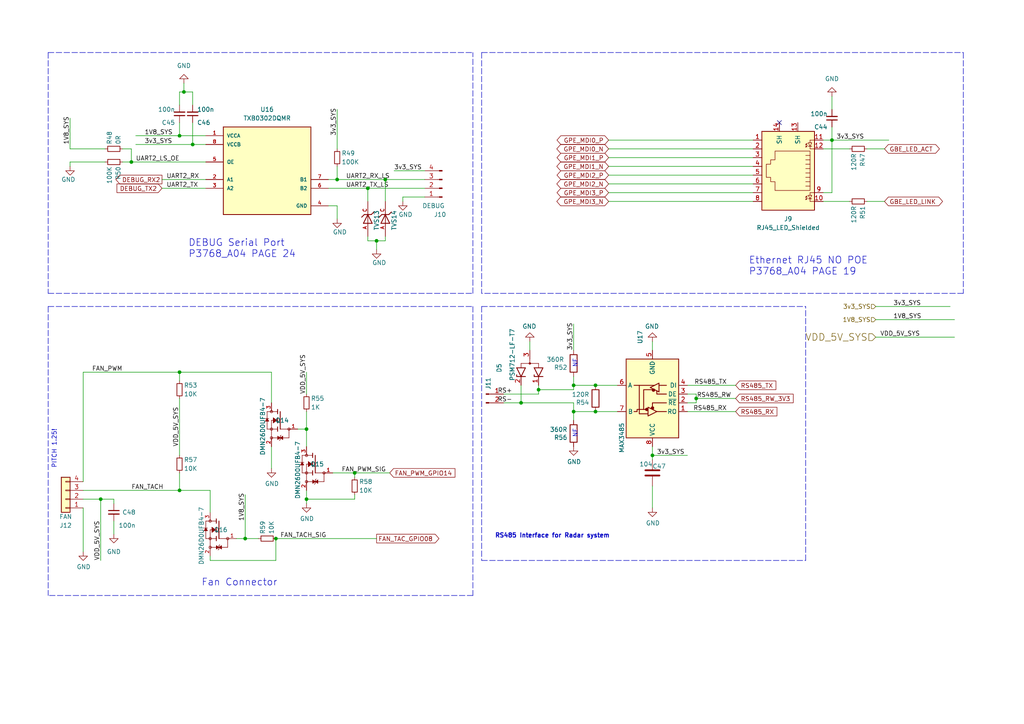
<source format=kicad_sch>
(kicad_sch (version 20211123) (generator eeschema)
  (paper "A4")
  (lib_symbols
    (symbol "Connector:Conn_01x02_Male" (pin_names (offset 1.016) hide)
      (property "Reference" "J" (at 0 2.54 0))
      (property "Value" "Conn_01x02_Male" (at 0 -5.08 0))
      (symbol "Conn_01x02_Male_1_1"
        (polyline (pts (xy 1.27 -2.54) (xy 0.8636 -2.54)) (stroke (width 0.1524)))
        (polyline (pts (xy 1.27 0) (xy 0.8636 0)) (stroke (width 0.1524)))
        (rectangle (start 0.8636 -2.413) (end 0 -2.667) (stroke (width 0.1524)) (fill (type outline)))
        (rectangle (start 0.8636 0.127) (end 0 -0.127) (stroke (width 0.1524)) (fill (type outline)))
        (pin passive line (at 5.08 0 180) (length 3.81) (name "Pin_1") (number "1"))
        (pin passive line (at 5.08 -2.54 180) (length 3.81) (name "Pin_2") (number "2"))
      )
    )
    (symbol "Connector:Conn_01x04_Male" (pin_names (offset 1.016) hide)
      (property "Reference" "J" (at 0 5.08 0))
      (property "Value" "Conn_01x04_Male" (at 0 -7.62 0))
      (symbol "Conn_01x04_Male_1_1"
        (polyline (pts (xy 1.27 -5.08) (xy 0.8636 -5.08)) (stroke (width 0.1524)))
        (polyline (pts (xy 1.27 -2.54) (xy 0.8636 -2.54)) (stroke (width 0.1524)))
        (polyline (pts (xy 1.27 0) (xy 0.8636 0)) (stroke (width 0.1524)))
        (polyline (pts (xy 1.27 2.54) (xy 0.8636 2.54)) (stroke (width 0.1524)))
        (rectangle (start 0.8636 -4.953) (end 0 -5.207) (stroke (width 0.1524)) (fill (type outline)))
        (rectangle (start 0.8636 -2.413) (end 0 -2.667) (stroke (width 0.1524)) (fill (type outline)))
        (rectangle (start 0.8636 0.127) (end 0 -0.127) (stroke (width 0.1524)) (fill (type outline)))
        (rectangle (start 0.8636 2.667) (end 0 2.413) (stroke (width 0.1524)) (fill (type outline)))
        (pin passive line (at 5.08 2.54 180) (length 3.81) (name "Pin_1") (number "1"))
        (pin passive line (at 5.08 0 180) (length 3.81) (name "Pin_2") (number "2"))
        (pin passive line (at 5.08 -2.54 180) (length 3.81) (name "Pin_3") (number "3"))
        (pin passive line (at 5.08 -5.08 180) (length 3.81) (name "Pin_4") (number "4"))
      )
    )
    (symbol "Connector:RJ45_LED_Shielded" (pin_names (offset 1.016))
      (property "Reference" "J?" (at 19.812 -1.016 90))
      (property "Value" "RJ45_LED_Shielded" (at 17.272 -7.62 90))
      (symbol "RJ45_LED_Shielded_0_1"
        (polyline (pts (xy -7.62 -7.62) (xy -6.35 -7.62)))
        (polyline (pts (xy -7.62 -5.08) (xy -6.35 -5.08)))
        (polyline (pts (xy -7.62 7.62) (xy -6.35 7.62)))
        (polyline (pts (xy -7.62 10.16) (xy -6.35 10.16)))
        (polyline (pts (xy -6.858 -5.842) (xy -5.842 -5.842)))
        (polyline (pts (xy -6.858 9.398) (xy -5.842 9.398)))
        (polyline (pts (xy -6.35 -7.62) (xy -6.35 -6.858)))
        (polyline (pts (xy -6.35 -5.08) (xy -6.35 -5.842)))
        (polyline (pts (xy -6.35 7.62) (xy -6.35 8.382)))
        (polyline (pts (xy -6.35 10.16) (xy -6.35 9.398)))
        (polyline (pts (xy -5.08 -6.223) (xy -5.207 -6.604)))
        (polyline (pts (xy -5.08 -5.588) (xy -5.207 -5.969)))
        (polyline (pts (xy -5.08 4.445) (xy -6.35 4.445)))
        (polyline (pts (xy -5.08 5.715) (xy -6.35 5.715)))
        (polyline (pts (xy -5.08 9.017) (xy -5.207 8.636)))
        (polyline (pts (xy -5.08 9.652) (xy -5.207 9.271)))
        (polyline (pts (xy -6.35 -3.175) (xy -5.08 -3.175) (xy -5.08 -3.175)))
        (polyline (pts (xy -6.35 -1.905) (xy -5.08 -1.905) (xy -5.08 -1.905)))
        (polyline (pts (xy -6.35 -0.635) (xy -5.08 -0.635) (xy -5.08 -0.635)))
        (polyline (pts (xy -6.35 0.635) (xy -5.08 0.635) (xy -5.08 0.635)))
        (polyline (pts (xy -6.35 1.905) (xy -5.08 1.905) (xy -5.08 1.905)))
        (polyline (pts (xy -5.588 -6.731) (xy -5.08 -6.223) (xy -5.461 -6.35)))
        (polyline (pts (xy -5.588 -6.096) (xy -5.08 -5.588) (xy -5.461 -5.715)))
        (polyline (pts (xy -5.588 8.509) (xy -5.08 9.017) (xy -5.461 8.89)))
        (polyline (pts (xy -5.588 9.144) (xy -5.08 9.652) (xy -5.461 9.525)))
        (polyline (pts (xy -5.08 3.175) (xy -6.35 3.175) (xy -6.35 3.175)))
        (polyline (pts (xy -6.35 -5.842) (xy -6.858 -6.858) (xy -5.842 -6.858) (xy -6.35 -5.842)))
        (polyline (pts (xy -6.35 9.398) (xy -6.858 8.382) (xy -5.842 8.382) (xy -6.35 9.398)))
        (polyline (pts (xy -6.35 -4.445) (xy -6.35 6.985) (xy 3.81 6.985) (xy 3.81 4.445) (xy 5.08 4.445) (xy 5.08 3.175) (xy 6.35 3.175) (xy 6.35 -0.635) (xy 5.08 -0.635) (xy 5.08 -1.905) (xy 3.81 -1.905) (xy 3.81 -4.445) (xy -6.35 -4.445) (xy -6.35 -4.445)))
        (rectangle (start 7.62 12.7) (end -7.62 -10.16) (stroke (width 0.254)) (fill (type background)))
      )
      (symbol "RJ45_LED_Shielded_1_1"
        (pin passive line (at 10.16 -7.62 180) (length 2.54) (name "~") (number "1"))
        (pin passive line (at -10.16 10.16 0) (length 2.54) (name "~") (number "10"))
        (pin passive line (at -10.16 -7.62 0) (length 2.54) (name "~") (number "11"))
        (pin passive line (at -10.16 -5.08 0) (length 2.54) (name "~") (number "12"))
        (pin passive line (at -2.794 -12.7 90) (length 2.54) (name "SH") (number "13"))
        (pin passive line (at 2.54 -12.7 90) (length 2.54) (name "SH") (number "14"))
        (pin passive line (at 10.16 -5.08 180) (length 2.54) (name "~") (number "2"))
        (pin passive line (at 10.16 -2.54 180) (length 2.54) (name "~") (number "3"))
        (pin passive line (at 10.16 0 180) (length 2.54) (name "~") (number "4"))
        (pin passive line (at 10.16 2.54 180) (length 2.54) (name "~") (number "5"))
        (pin passive line (at 10.16 5.08 180) (length 2.54) (name "~") (number "6"))
        (pin passive line (at 10.16 7.62 180) (length 2.54) (name "~") (number "7"))
        (pin passive line (at 10.16 10.16 180) (length 2.54) (name "~") (number "8"))
        (pin passive line (at -10.16 7.62 0) (length 2.54) (name "~") (number "9"))
      )
    )
    (symbol "Connector_Generic:Conn_01x04" (pin_names hide)
      (property "Reference" "J" (at 0 5.08 0))
      (property "Value" "Conn_01x04" (at 0 -7.62 0))
      (symbol "Conn_01x04_1_1"
        (rectangle (start -1.27 -4.953) (end 0 -5.207))
        (rectangle (start -1.27 -2.413) (end 0 -2.667))
        (rectangle (start -1.27 0.127) (end 0 -0.127))
        (rectangle (start -1.27 2.667) (end 0 2.413))
        (rectangle (start -1.27 3.81) (end 1.27 -6.35) (stroke (width 0.254)) (fill (type background)))
        (pin passive line (at -5.08 2.54 0) (length 3.81) (name "Pin_1") (number "1"))
        (pin passive line (at -5.08 0 0) (length 3.81) (name "Pin_2") (number "2"))
        (pin passive line (at -5.08 -2.54 0) (length 3.81) (name "Pin_3") (number "3"))
        (pin passive line (at -5.08 -5.08 0) (length 3.81) (name "Pin_4") (number "4"))
      )
    )
    (symbol "DMN26D0UFB4-7:DMN26D0UFB4-7" (pin_names (offset 1.016))
      (property "Reference" "Q" (at -8.89 2.54 0))
      (property "Value" "DMN26D0UFB4-7" (at -8.89 -10.16 0))
      (symbol "DMN26D0UFB4-7_0_0"
        (circle (center -2.54 -2.54) (radius 0.3592))
        (polyline (pts (xy -2.54 -5.08) (xy 2.54 -5.08)) (stroke (width 0.1524)))
        (polyline (pts (xy -2.54 -2.54) (xy -2.54 -5.08)) (stroke (width 0.1524)))
        (polyline (pts (xy -2.54 -2.54) (xy 0 -2.54)) (stroke (width 0.1524)))
        (polyline (pts (xy 0 -4.572) (xy -0.254 -4.318)) (stroke (width 0.1524)))
        (polyline (pts (xy 0 -4.572) (xy 0 -5.588)) (stroke (width 0.1524)))
        (polyline (pts (xy 0 2.54) (xy 0 -2.54)) (stroke (width 0.254)))
        (polyline (pts (xy 0.254 -5.842) (xy 0 -5.588)) (stroke (width 0.1524)))
        (polyline (pts (xy 0.762 -2.54) (xy 0.762 -3.175)) (stroke (width 0.254)))
        (polyline (pts (xy 0.762 -1.905) (xy 0.762 -2.54)) (stroke (width 0.254)))
        (polyline (pts (xy 0.762 0) (xy 0.762 -0.762)) (stroke (width 0.254)))
        (polyline (pts (xy 0.762 0) (xy 2.54 0)) (stroke (width 0.1524)))
        (polyline (pts (xy 0.762 0.762) (xy 0.762 0)) (stroke (width 0.254)))
        (polyline (pts (xy 0.762 2.54) (xy 0.762 1.905)) (stroke (width 0.254)))
        (polyline (pts (xy 0.762 2.54) (xy 3.81 2.54)) (stroke (width 0.1524)))
        (polyline (pts (xy 0.762 3.175) (xy 0.762 2.54)) (stroke (width 0.254)))
        (polyline (pts (xy 2.54 -5.08) (xy 2.54 -2.54)) (stroke (width 0.1524)))
        (polyline (pts (xy 2.54 -2.54) (xy 0.762 -2.54)) (stroke (width 0.1524)))
        (polyline (pts (xy 2.54 -2.54) (xy 3.81 -2.54)) (stroke (width 0.1524)))
        (polyline (pts (xy 2.54 0) (xy 2.54 -2.54)) (stroke (width 0.1524)))
        (polyline (pts (xy 3.81 0.508) (xy 3.302 0.508)) (stroke (width 0.1524)))
        (polyline (pts (xy 3.81 0.508) (xy 3.81 -2.54)) (stroke (width 0.1524)))
        (polyline (pts (xy 3.81 2.54) (xy 3.81 0.508)) (stroke (width 0.1524)))
        (polyline (pts (xy 4.318 0.508) (xy 3.81 0.508)) (stroke (width 0.1524)))
        (polyline (pts (xy 0 -5.08) (xy -0.762 -4.572) (xy -0.762 -5.588) (xy 0 -5.08)) (stroke (width 0.1524)) (fill (type outline)))
        (polyline (pts (xy 0 -5.08) (xy 0.762 -5.588) (xy 0.762 -4.572) (xy 0 -5.08)) (stroke (width 0.1524)) (fill (type outline)))
        (polyline (pts (xy 1.016 0) (xy 2.032 0.762) (xy 2.032 -0.762) (xy 1.016 0)) (stroke (width 0.1524)) (fill (type outline)))
        (polyline (pts (xy 3.81 0.508) (xy 3.302 -0.254) (xy 4.318 -0.254) (xy 3.81 0.508)) (stroke (width 0.1524)) (fill (type outline)))
        (circle (center 2.54 -5.08) (radius 0.3592))
        (circle (center 2.54 -2.54) (radius 0.3592))
        (circle (center 2.54 2.54) (radius 0.3592))
        (pin passive line (at -5.08 -2.54 0) (length 2.54) (name "~") (number "1"))
        (pin passive line (at 2.54 -7.62 90) (length 2.54) (name "~") (number "2"))
        (pin passive line (at 2.54 5.08 270) (length 2.54) (name "~") (number "3"))
      )
    )
    (symbol "Device:C" (pin_numbers hide) (pin_names (offset 0.254))
      (property "Reference" "C" (at 0.635 2.54 0))
      (property "Value" "C" (at 0.635 -2.54 0))
      (symbol "C_0_1"
        (polyline (pts (xy -2.032 -0.762) (xy 2.032 -0.762)) (stroke (width 0.508)))
        (polyline (pts (xy -2.032 0.762) (xy 2.032 0.762)) (stroke (width 0.508)))
      )
      (symbol "C_1_1"
        (pin passive line (at 0 3.81 270) (length 2.794) (name "~") (number "1"))
        (pin passive line (at 0 -3.81 90) (length 2.794) (name "~") (number "2"))
      )
    )
    (symbol "Device:C_Small" (pin_numbers hide) (pin_names (offset 0.254) hide)
      (property "Reference" "C" (at 0.254 1.778 0))
      (property "Value" "C_Small" (at 0.254 -2.032 0))
      (symbol "C_Small_0_1"
        (polyline (pts (xy -1.524 -0.508) (xy 1.524 -0.508)) (stroke (width 0.3302)))
        (polyline (pts (xy -1.524 0.508) (xy 1.524 0.508)) (stroke (width 0.3048)))
      )
      (symbol "C_Small_1_1"
        (pin passive line (at 0 2.54 270) (length 2.032) (name "~") (number "1"))
        (pin passive line (at 0 -2.54 90) (length 2.032) (name "~") (number "2"))
      )
    )
    (symbol "Device:R" (pin_numbers hide) (pin_names (offset 0))
      (property "Reference" "R" (at 2.032 0 90))
      (property "Value" "R" (at 0 0 90))
      (symbol "R_0_1"
        (rectangle (start -1.016 -2.54) (end 1.016 2.54) (stroke (width 0.254)))
      )
      (symbol "R_1_1"
        (pin passive line (at 0 3.81 270) (length 1.27) (name "~") (number "1"))
        (pin passive line (at 0 -3.81 90) (length 1.27) (name "~") (number "2"))
      )
    )
    (symbol "Device:R_Small" (pin_numbers hide) (pin_names (offset 0.254) hide)
      (property "Reference" "R" (at 0.762 0.508 0))
      (property "Value" "R_Small" (at 0.762 -1.016 0))
      (symbol "R_Small_0_1"
        (rectangle (start -0.762 1.778) (end 0.762 -1.778) (stroke (width 0.2032)))
      )
      (symbol "R_Small_1_1"
        (pin passive line (at 0 2.54 270) (length 0.762) (name "~") (number "1"))
        (pin passive line (at 0 -2.54 90) (length 0.762) (name "~") (number "2"))
      )
    )
    (symbol "ESD9L5.0ST5G:ESD9L5.0ST5G" (pin_names (offset 1.016))
      (property "Reference" "D" (at -5.0835 2.9239 0))
      (property "Value" "ESD9L5.0ST5G" (at -4.8314 -3.9451 0))
      (symbol "ESD9L5.0ST5G_0_0"
        (polyline (pts (xy -1.27 -1.27) (xy 1.27 0)) (stroke (width 0.254)))
        (polyline (pts (xy -1.27 1.27) (xy -1.27 -1.27)) (stroke (width 0.254)))
        (polyline (pts (xy 1.27 -1.016) (xy 2.032 -1.778)) (stroke (width 0.254)))
        (polyline (pts (xy 1.27 0) (xy -1.27 1.27)) (stroke (width 0.254)))
        (polyline (pts (xy 1.27 0) (xy 1.27 -1.016)) (stroke (width 0.254)))
        (polyline (pts (xy 1.27 1.016) (xy 0.508 1.778)) (stroke (width 0.254)))
        (polyline (pts (xy 1.27 1.016) (xy 1.27 0)) (stroke (width 0.254)))
        (pin passive line (at -5.08 0 0) (length 5.08) (name "~") (number "A"))
        (pin passive line (at 5.08 0 180) (length 5.08) (name "~") (number "C"))
      )
    )
    (symbol "Interface_UART:MAX3485"
      (property "Reference" "U" (at -6.096 11.43 0))
      (property "Value" "MAX3485" (at 0.762 11.43 0))
      (symbol "MAX3485_0_1"
        (rectangle (start -7.62 10.16) (end 7.62 -12.7) (stroke (width 0.254)) (fill (type background)))
        (circle (center -0.3048 -3.683) (radius 0.3556) (stroke (width 0.254)) (fill (type outline)))
        (circle (center -0.0254 1.4986) (radius 0.3556) (stroke (width 0.254)) (fill (type outline)))
        (polyline (pts (xy -4.064 -5.08) (xy -1.905 -5.08)) (stroke (width 0.254)))
        (polyline (pts (xy -4.064 2.54) (xy -1.27 2.54)) (stroke (width 0.254)))
        (polyline (pts (xy -1.27 -3.2004) (xy -1.27 -3.4544)) (stroke (width 0.254)))
        (polyline (pts (xy -0.635 -5.08) (xy 5.334 -5.08)) (stroke (width 0.254)))
        (polyline (pts (xy -4.064 -2.54) (xy -1.27 -2.54) (xy -1.27 -3.175)) (stroke (width 0.254)))
        (polyline (pts (xy 0 1.27) (xy 0 0) (xy -4.064 0)) (stroke (width 0.254)))
        (polyline (pts (xy 1.27 3.175) (xy 3.81 3.175) (xy 3.81 -5.08)) (stroke (width 0.254)))
        (polyline (pts (xy 2.54 1.905) (xy 2.54 -3.81) (xy 0 -3.81)) (stroke (width 0.254)))
        (polyline (pts (xy -1.905 -3.175) (xy -1.905 -5.715) (xy 0.635 -4.445) (xy -1.905 -3.175)) (stroke (width 0.254)))
        (polyline (pts (xy -1.27 2.54) (xy 1.27 3.81) (xy 1.27 1.27) (xy -1.27 2.54)) (stroke (width 0.254)))
        (polyline (pts (xy 1.905 1.905) (xy 4.445 1.905) (xy 4.445 2.54) (xy 5.334 2.54)) (stroke (width 0.254)))
        (rectangle (start 1.27 3.175) (end 1.27 3.175))
        (circle (center 1.651 1.905) (radius 0.3556) (stroke (width 0.254)) (fill (type outline)))
      )
      (symbol "MAX3485_1_1"
        (pin output line (at -10.16 2.54 0) (length 2.54) (name "RO") (number "1"))
        (pin input line (at -10.16 0 0) (length 2.54) (name "~{RE}") (number "2"))
        (pin input line (at -10.16 -2.54 0) (length 2.54) (name "DE") (number "3"))
        (pin input line (at -10.16 -5.08 0) (length 2.54) (name "DI") (number "4"))
        (pin power_in line (at 0 -15.24 90) (length 2.54) (name "GND") (number "5"))
        (pin bidirectional line (at 10.16 -5.08 180) (length 2.54) (name "A") (number "6"))
        (pin bidirectional line (at 10.16 2.54 180) (length 2.54) (name "B") (number "7"))
        (pin power_in line (at 0 12.7 270) (length 2.54) (name "VCC") (number "8"))
      )
    )
    (symbol "Power_Protection:RCLAMP0582B" (pin_names hide)
      (property "Reference" "D" (at 0 5.08 0))
      (property "Value" "RCLAMP0582B" (at 0 -5.08 0))
      (symbol "RCLAMP0582B_0_1"
        (polyline (pts (xy -2.54 0) (xy -1.27 0)))
        (polyline (pts (xy -1.27 2.54) (xy -1.27 -2.54)))
        (polyline (pts (xy 0 2.54) (xy -1.27 2.54)) (stroke (width 0.1524)))
        (polyline (pts (xy 2.54 3.81) (xy 2.54 1.27) (xy 2.032 1.27)) (stroke (width 0.254)))
        (polyline (pts (xy 0 1.27) (xy 0 3.81) (xy 2.54 2.54) (xy 0 1.27)) (stroke (width 0.254)))
        (pin passive line (at -5.08 0 0) (length 2.54) (name "A") (number "3"))
      )
      (symbol "RCLAMP0582B_1_1"
        (circle (center -1.27 0) (radius 0.254) (fill (type outline)))
        (polyline (pts (xy 0 -2.54) (xy -1.27 -2.54)) (stroke (width 0.1524)))
        (polyline (pts (xy 2.54 -1.27) (xy 2.54 -3.81) (xy 2.032 -3.81)) (stroke (width 0.254)))
        (polyline (pts (xy 0 -3.81) (xy 0 -1.27) (xy 2.54 -2.54) (xy 0 -3.81)) (stroke (width 0.254)))
        (pin passive line (at 5.08 2.54 180) (length 2.54) (name "K1") (number "1"))
        (pin passive line (at 5.08 -2.54 180) (length 2.54) (name "K2") (number "2"))
      )
    )
    (symbol "TXB0302DQMR:TXB0302DQMR" (pin_names (offset 1.016))
      (property "Reference" "U" (at -12.7 13.7 0))
      (property "Value" "TXB0302DQMR" (at -12.7 -16.7 0))
      (symbol "TXB0302DQMR_0_0"
        (rectangle (start -12.7 -12.7) (end 12.7 12.7) (stroke (width 0.254)) (fill (type background)))
        (pin power_in line (at -17.78 10.16 0) (length 5.08) (name "VCCA") (number "1"))
        (pin bidirectional line (at -17.78 -2.54 0) (length 5.08) (name "A1") (number "2"))
        (pin bidirectional line (at -17.78 -5.08 0) (length 5.08) (name "A2") (number "3"))
        (pin power_in line (at 17.78 -10.16 180) (length 5.08) (name "GND") (number "4"))
        (pin input line (at -17.78 2.54 0) (length 5.08) (name "OE") (number "5"))
        (pin bidirectional line (at 17.78 -5.08 180) (length 5.08) (name "B2") (number "6"))
        (pin bidirectional line (at 17.78 -2.54 180) (length 5.08) (name "B1") (number "7"))
        (pin power_in line (at -17.78 7.62 0) (length 5.08) (name "VCCB") (number "8"))
      )
    )
    (symbol "power:GND" (power) (pin_names (offset 0))
      (property "Value" "GND" (at 0 -3.81 0))
      (symbol "GND_0_1"
        (polyline (pts (xy 0 0) (xy 0 -1.27) (xy 1.27 -1.27) (xy 0 -2.54) (xy -1.27 -1.27) (xy 0 -1.27)))
      )
      (symbol "GND_1_1"
        (pin power_in line (at 0 0 270) (length 0) hide (name "GND") (number "1"))
      )
    )
  )
  (junction (at 52.07 142.24))
  (junction (at 52.07 107.95))
  (junction (at 29.21 144.78))
  (junction (at 38.1 46.99))
  (junction (at 201.93 115.57))
  (junction (at 172.72 111.76))
  (junction (at 53.34 26.67))
  (junction (at 52.07 39.37))
  (junction (at 109.22 69.85))
  (junction (at 166.37 111.76))
  (junction (at 241.3 40.64))
  (junction (at 102.87 137.16))
  (junction (at 106.68 54.61))
  (junction (at 166.37 119.38))
  (junction (at 88.9 144.78))
  (junction (at 172.72 119.38))
  (junction (at 88.9 124.46))
  (junction (at 97.79 52.07))
  (junction (at 71.12 156.21))
  (junction (at 151.13 116.84))
  (junction (at 55.88 41.91))
  (junction (at 80.01 156.21))
  (junction (at 156.21 113.03))
  (junction (at 189.23 132.08))
  (junction (at 111.76 52.07))
  (no_connect (at 226.06 35.56))
  (wire (pts (xy 33.02 144.78) (xy 29.21 144.78)))
  (wire (pts (xy 176.53 43.18) (xy 218.44 43.18)))
  (wire (pts (xy 241.3 36.83) (xy 241.3 40.64)))
  (wire (pts (xy 52.07 107.95) (xy 24.13 107.95)))
  (wire (pts (xy 88.9 144.78) (xy 102.87 144.78)))
  (wire (pts (xy 156.21 114.3) (xy 156.21 113.03)))
  (wire (pts (xy 256.54 58.42) (xy 251.46 58.42)))
  (wire (pts (xy 88.9 124.46) (xy 86.36 124.46)))
  (wire (pts (xy 153.67 99.06) (xy 153.67 101.6)))
  (wire (pts (xy 39.37 39.37) (xy 52.07 39.37)))
  (wire (pts (xy 78.74 107.95) (xy 52.07 107.95)))
  (wire (pts (xy 189.23 132.08) (xy 189.23 133.35)))
  (wire (pts (xy 24.13 160.02) (xy 24.13 147.32)))
  (wire (pts (xy 176.53 48.26) (xy 218.44 48.26)))
  (wire (pts (xy 52.07 39.37) (xy 59.69 39.37)))
  (wire (pts (xy 102.87 144.78) (xy 102.87 143.51)))
  (wire (pts (xy 55.88 35.56) (xy 55.88 41.91)))
  (wire (pts (xy 176.53 40.64) (xy 218.44 40.64)))
  (wire (pts (xy 97.79 48.26) (xy 97.79 52.07)))
  (wire (pts (xy 53.34 26.67) (xy 52.07 26.67)))
  (wire (pts (xy 52.07 142.24) (xy 24.13 142.24)))
  (wire (pts (xy 106.68 69.85) (xy 109.22 69.85)))
  (wire (pts (xy 55.88 41.91) (xy 59.69 41.91)))
  (wire (pts (xy 254 92.71) (xy 276.86 92.71)))
  (wire (pts (xy 238.76 43.18) (xy 246.38 43.18)))
  (polyline (pts (xy 139.7 88.9) (xy 139.7 162.56)))
  (wire (pts (xy 123.19 57.15) (xy 116.84 57.15)))
  (wire (pts (xy 241.3 27.94) (xy 241.3 31.75)))
  (wire (pts (xy 96.52 137.16) (xy 102.87 137.16)))
  (wire (pts (xy 38.1 43.18) (xy 38.1 46.99)))
  (wire (pts (xy 30.48 43.18) (xy 20.32 43.18)))
  (wire (pts (xy 151.13 116.84) (xy 166.37 116.84)))
  (wire (pts (xy 95.25 52.07) (xy 97.79 52.07)))
  (wire (pts (xy 166.37 113.03) (xy 166.37 111.76)))
  (wire (pts (xy 55.88 30.48) (xy 55.88 26.67)))
  (wire (pts (xy 95.25 54.61) (xy 106.68 54.61)))
  (polyline (pts (xy 139.7 15.24) (xy 279.4 15.24)))
  (wire (pts (xy 35.56 43.18) (xy 38.1 43.18)))
  (wire (pts (xy 176.53 53.34) (xy 218.44 53.34)))
  (wire (pts (xy 111.76 52.07) (xy 123.19 52.07)))
  (wire (pts (xy 238.76 40.64) (xy 241.3 40.64)))
  (wire (pts (xy 20.32 46.99) (xy 20.32 48.26)))
  (wire (pts (xy 172.72 119.38) (xy 179.07 119.38)))
  (wire (pts (xy 199.39 119.38) (xy 213.36 119.38)))
  (wire (pts (xy 97.79 31.75) (xy 97.79 43.18)))
  (wire (pts (xy 88.9 142.24) (xy 88.9 144.78)))
  (wire (pts (xy 97.79 52.07) (xy 111.76 52.07)))
  (wire (pts (xy 166.37 121.92) (xy 166.37 119.38)))
  (wire (pts (xy 38.1 46.99) (xy 59.69 46.99)))
  (wire (pts (xy 88.9 119.38) (xy 88.9 124.46)))
  (polyline (pts (xy 233.68 162.56) (xy 233.68 88.9)))
  (wire (pts (xy 24.13 107.95) (xy 24.13 139.7)))
  (wire (pts (xy 151.13 111.76) (xy 151.13 116.84)))
  (wire (pts (xy 106.68 68.58) (xy 106.68 69.85)))
  (wire (pts (xy 102.87 137.16) (xy 113.03 137.16)))
  (wire (pts (xy 71.12 156.21) (xy 74.93 156.21)))
  (wire (pts (xy 201.93 116.84) (xy 199.39 116.84)))
  (wire (pts (xy 109.22 69.85) (xy 109.22 72.39)))
  (wire (pts (xy 166.37 111.76) (xy 172.72 111.76)))
  (wire (pts (xy 156.21 113.03) (xy 166.37 113.03)))
  (wire (pts (xy 95.25 59.69) (xy 97.79 59.69)))
  (wire (pts (xy 238.76 55.88) (xy 241.3 55.88)))
  (wire (pts (xy 78.74 107.95) (xy 78.74 116.84)))
  (wire (pts (xy 78.74 129.54) (xy 78.74 135.89)))
  (wire (pts (xy 241.3 55.88) (xy 241.3 40.64)))
  (wire (pts (xy 172.72 111.76) (xy 179.07 111.76)))
  (wire (pts (xy 201.93 114.3) (xy 201.93 115.57)))
  (wire (pts (xy 176.53 58.42) (xy 218.44 58.42)))
  (wire (pts (xy 46.99 52.07) (xy 59.69 52.07)))
  (wire (pts (xy 114.3 49.53) (xy 123.19 49.53)))
  (wire (pts (xy 46.99 54.61) (xy 59.69 54.61)))
  (wire (pts (xy 60.96 148.59) (xy 60.96 142.24)))
  (wire (pts (xy 60.96 161.29) (xy 60.96 162.56)))
  (wire (pts (xy 166.37 109.22) (xy 166.37 111.76)))
  (wire (pts (xy 166.37 116.84) (xy 166.37 119.38)))
  (polyline (pts (xy 13.97 15.24) (xy 137.16 15.24)))
  (wire (pts (xy 189.23 129.54) (xy 189.23 132.08)))
  (wire (pts (xy 241.3 40.64) (xy 257.81 40.64)))
  (polyline (pts (xy 13.97 88.9) (xy 13.97 172.72)))
  (wire (pts (xy 146.05 116.84) (xy 151.13 116.84)))
  (wire (pts (xy 80.01 162.56) (xy 80.01 156.21)))
  (wire (pts (xy 106.68 54.61) (xy 106.68 58.42)))
  (wire (pts (xy 97.79 59.69) (xy 97.79 63.5)))
  (polyline (pts (xy 13.97 15.24) (xy 13.97 85.09)))
  (wire (pts (xy 189.23 99.06) (xy 189.23 101.6)))
  (wire (pts (xy 176.53 55.88) (xy 218.44 55.88)))
  (wire (pts (xy 102.87 137.16) (xy 102.87 138.43)))
  (wire (pts (xy 256.54 43.18) (xy 251.46 43.18)))
  (wire (pts (xy 106.68 54.61) (xy 123.19 54.61)))
  (wire (pts (xy 88.9 144.78) (xy 88.9 146.05)))
  (wire (pts (xy 53.34 24.13) (xy 53.34 26.67)))
  (wire (pts (xy 20.32 34.29) (xy 20.32 43.18)))
  (wire (pts (xy 238.76 58.42) (xy 246.38 58.42)))
  (polyline (pts (xy 137.16 88.9) (xy 137.16 172.72)))
  (wire (pts (xy 111.76 69.85) (xy 111.76 68.58)))
  (wire (pts (xy 201.93 115.57) (xy 201.93 116.84)))
  (wire (pts (xy 176.53 45.72) (xy 218.44 45.72)))
  (polyline (pts (xy 139.7 88.9) (xy 233.68 88.9)))
  (wire (pts (xy 35.56 46.99) (xy 38.1 46.99)))
  (wire (pts (xy 52.07 26.67) (xy 52.07 30.48)))
  (wire (pts (xy 80.01 156.21) (xy 109.22 156.21)))
  (wire (pts (xy 254 88.9) (xy 275.59 88.9)))
  (polyline (pts (xy 279.4 85.09) (xy 139.7 85.09)))
  (wire (pts (xy 60.96 162.56) (xy 80.01 162.56)))
  (polyline (pts (xy 137.16 172.72) (xy 13.97 172.72)))
  (wire (pts (xy 111.76 52.07) (xy 111.76 58.42)))
  (wire (pts (xy 52.07 35.56) (xy 52.07 39.37)))
  (wire (pts (xy 29.21 144.78) (xy 29.21 162.56)))
  (wire (pts (xy 52.07 107.95) (xy 52.07 110.49)))
  (wire (pts (xy 39.37 41.91) (xy 55.88 41.91)))
  (wire (pts (xy 60.96 142.24) (xy 52.07 142.24)))
  (wire (pts (xy 254 97.79) (xy 276.86 97.79)))
  (wire (pts (xy 166.37 119.38) (xy 172.72 119.38)))
  (wire (pts (xy 71.12 143.51) (xy 71.12 156.21)))
  (wire (pts (xy 201.93 115.57) (xy 213.36 115.57)))
  (polyline (pts (xy 139.7 15.24) (xy 139.7 85.09)))
  (wire (pts (xy 166.37 93.98) (xy 166.37 101.6)))
  (polyline (pts (xy 137.16 85.09) (xy 137.16 15.24)))
  (wire (pts (xy 156.21 113.03) (xy 156.21 111.76)))
  (polyline (pts (xy 13.97 85.09) (xy 137.16 85.09)))
  (wire (pts (xy 88.9 129.54) (xy 88.9 124.46)))
  (wire (pts (xy 52.07 137.16) (xy 52.07 142.24)))
  (wire (pts (xy 176.53 50.8) (xy 218.44 50.8)))
  (wire (pts (xy 55.88 26.67) (xy 53.34 26.67)))
  (wire (pts (xy 189.23 147.32) (xy 189.23 140.97)))
  (polyline (pts (xy 279.4 15.24) (xy 279.4 85.09)))
  (wire (pts (xy 109.22 69.85) (xy 111.76 69.85)))
  (wire (pts (xy 116.84 57.15) (xy 116.84 58.42)))
  (wire (pts (xy 30.48 46.99) (xy 20.32 46.99)))
  (wire (pts (xy 68.58 156.21) (xy 71.12 156.21)))
  (wire (pts (xy 52.07 115.57) (xy 52.07 132.08)))
  (wire (pts (xy 189.23 132.08) (xy 199.39 132.08)))
  (wire (pts (xy 199.39 111.76) (xy 213.36 111.76)))
  (polyline (pts (xy 139.7 162.56) (xy 233.68 162.56)))
  (polyline (pts (xy 13.97 88.9) (xy 137.16 88.9)))
  (wire (pts (xy 33.02 154.94) (xy 33.02 151.13)))
  (wire (pts (xy 146.05 114.3) (xy 156.21 114.3)))
  (wire (pts (xy 199.39 114.3) (xy 201.93 114.3)))
  (wire (pts (xy 24.13 144.78) (xy 29.21 144.78)))
  (wire (pts (xy 88.9 114.3) (xy 88.9 107.95)))
  (wire (pts (xy 33.02 146.05) (xy 33.02 144.78)))
  (text "NF" (at 167.64 106.68 90) (effects (font (size 1.27 1.27)) (justify left bottom)))
  (text "DEBUG Serial Port\nP3768_A04 PAGE 24" (at 54.61 74.93 0) (effects (font (size 2 2)) (justify left bottom)))
  (text "Ethernet RJ45 NO POE\nP3768_A04 PAGE 19" (at 217.17 80.01 0) (effects (font (size 2 2)) (justify left bottom)))
  (text "RS485 Interface for Radar system" (at 143.51 156.21 0) (effects (font (size 1.27 1.27) (thickness 0.254) bold) (justify left bottom)))
  (text "Fan Connector" (at 58.42 170.18 0) (effects (font (size 2 2)) (justify left bottom)))
  (text "NF" (at 167.64 127 90) (effects (font (size 1.27 1.27)) (justify left bottom)))
  (text "PITCH 1.25!" (at 16.51 124.46 270) (effects (font (size 1.27 1.27)) (justify right bottom)))
  (label "1V8_SYS" (at 20.32 41.91 90))
  (label "RS485_RX" (at 210.82 119.38 180))
  (label "FAN_PWM" (at 26.67 107.95 0))
  (label "3v3_SYS" (at 41.91 41.91 0))
  (label "VDD_5V_SYS" (at 255.27 97.79 0))
  (label "3v3_SYS" (at 114.3 49.53 0))
  (label "FAN_PWM_SIG" (at 99.06 137.16 0))
  (label "3v3_SYS" (at 97.79 39.37 90))
  (label "UART2_RX" (at 48.26 52.07 0))
  (label "RS485_RW" (at 212.09 115.57 180))
  (label "1V8_SYS" (at 71.12 151.13 90))
  (label "3v3_SYS" (at 166.37 101.6 90))
  (label "3v3_SYS" (at 259.08 88.9 0))
  (label "FAN_TACH" (at 38.1 142.24 0))
  (label "UART2_RX_LS" (at 100.33 52.07 0))
  (label "RS-" (at 148.59 116.84 180))
  (label "UART2_LS_OE" (at 39.37 46.99 0))
  (label "UART2_TX" (at 48.26 54.61 0))
  (label "RS485_TX" (at 210.82 111.76 180))
  (label "1V8_SYS" (at 41.91 39.37 0))
  (label "1V8_SYS" (at 259.08 92.71 0))
  (label "3v3_SYS" (at 190.5 132.08 0))
  (label "FAN_TACH_SIG" (at 81.28 156.21 0))
  (label "UART2_TX_LS" (at 100.33 54.61 0))
  (label "3v3_SYS" (at 242.57 40.64 0))
  (label "VDD_5V_SYS" (at 29.21 162.56 90))
  (label "RS+" (at 148.59 114.3 180))
  (label "VDD_5V_SYS" (at 88.9 114.3 90))
  (label "VDD_5V_SYS" (at 52.07 129.54 90))
  (global_label "GBE_LED_LINK" (shape bidirectional) (at 256.54 58.42 0) (property "Intersheet References" "${INTERSHEET_REFS}" (effects hide)))
  (global_label "RS485_RX" (shape input) (at 213.36 119.38 0) (property "Intersheet References" "${INTERSHEET_REFS}" (effects hide)))
  (global_label "DEBUG_RX2" (shape output) (at 46.99 52.07 180) (property "Intersheet References" "${INTERSHEET_REFS}" (effects hide)))
  (global_label "GPE_MDI1_P" (shape bidirectional) (at 176.53 45.72 180) (property "Intersheet References" "${INTERSHEET_REFS}" (effects hide)))
  (global_label "DEBUG_TX2" (shape input) (at 46.99 54.61 180) (property "Intersheet References" "${INTERSHEET_REFS}" (effects hide)))
  (global_label "GPE_MDI3_P" (shape bidirectional) (at 176.53 55.88 180) (property "Intersheet References" "${INTERSHEET_REFS}" (effects hide)))
  (global_label "GPE_MDI0_P" (shape bidirectional) (at 176.53 40.64 180) (property "Intersheet References" "${INTERSHEET_REFS}" (effects hide)))
  (global_label "GPE_MDI2_N" (shape bidirectional) (at 176.53 53.34 180) (property "Intersheet References" "${INTERSHEET_REFS}" (effects hide)))
  (global_label "GPE_MDI1_N" (shape bidirectional) (at 176.53 48.26 180) (property "Intersheet References" "${INTERSHEET_REFS}" (effects hide)))
  (global_label "FAN_PWM_GPIO14" (shape input) (at 113.03 137.16 0) (property "Intersheet References" "${INTERSHEET_REFS}" (effects hide)))
  (global_label "FAN_TAC_GPIO08" (shape output) (at 109.22 156.21 0) (property "Intersheet References" "${INTERSHEET_REFS}" (effects hide)))
  (global_label "GPE_MDI3_N" (shape bidirectional) (at 176.53 58.42 180) (property "Intersheet References" "${INTERSHEET_REFS}" (effects hide)))
  (global_label "GBE_LED_ACT" (shape bidirectional) (at 256.54 43.18 0) (property "Intersheet References" "${INTERSHEET_REFS}" (effects hide)))
  (global_label "RS485_RW_3V3" (shape input) (at 213.36 115.57 0) (property "Intersheet References" "${INTERSHEET_REFS}" (effects hide)))
  (global_label "RS485_TX" (shape input) (at 213.36 111.76 0) (property "Intersheet References" "${INTERSHEET_REFS}" (effects hide)))
  (global_label "GPE_MDI2_P" (shape bidirectional) (at 176.53 50.8 180) (property "Intersheet References" "${INTERSHEET_REFS}" (effects hide)))
  (global_label "GPE_MDI0_N" (shape bidirectional) (at 176.53 43.18 180) (property "Intersheet References" "${INTERSHEET_REFS}" (effects hide)))
  (hierarchical_label "VDD_5V_SYS" (shape input) (at 254 97.79 180) (effects (font (size 2.0066 2.0066))))
  (hierarchical_label "3v3_SYS" (shape input) (at 254 88.9 180))
  (hierarchical_label "1V8_SYS" (shape input) (at 254 92.71 180))
  (symbol (lib_id "power:GND") (at 33.02 154.94 0) (unit 1)
    (property "Reference" "#PWR0185" (effects hide))
    (property "Value" "GND" (at 33.02 160.02 0))
  )
  (symbol (lib_id "power:GND") (at 24.13 160.02 0) (unit 1)
    (property "Reference" "#PWR0186" (effects hide))
    (property "Value" "GND" (at 24.257 164.4142 0))
  )
  (symbol (lib_id "Connector:Conn_01x02_Male") (at 140.97 114.3 0) (unit 1)
    (property "Reference" "J11" (at 141.6049 113.03 90) (effects (justify left)))
    (property "Value" "Conn_01x02_Male" (effects hide))
    (property "Footprint" "Connector_PinHeader_2.54mm:PinHeader_1x02_P2.54mm_Vertical" (effects hide))
  )
  (symbol (lib_id "Device:C_Small") (at 52.07 33.02 180) (unit 1)
    (property "Reference" "C45" (at 50.8 35.56 0) (effects (justify left)))
    (property "Value" "100n" (at 50.8 31.75 0) (effects (justify left)))
    (property "Footprint" "Capacitor_SMD:C_0201_0603Metric" (effects hide))
    (property "LCSC" "C307380" (effects hide))
  )
  (symbol (lib_id "Device:C_Small") (at 33.02 148.59 0) (mirror y) (unit 1)
    (property "Reference" "C48" (at 39.37 148.59 0) (effects (justify left)))
    (property "Value" "100n" (at 39.37 152.4 0) (effects (justify left)))
    (property "Footprint" "Capacitor_SMD:C_0201_0603Metric" (effects hide))
    (property "LCSC" "C307380" (effects hide))
  )
  (symbol (lib_id "DMN26D0UFB4-7:DMN26D0UFB4-7") (at 63.5 153.67 0) (mirror y) (unit 1)
    (property "Reference" "Q16" (at 66.04 153.67 0) (effects (justify left)))
    (property "Value" "DMN26D0UFB4-7" (at 58.42 163.83 90) (effects (justify left)))
    (property "Footprint" "DMN26D0UFB4-7:TRXDFN100X60X40-3N" (effects hide))
    (property "PARTREV" "12-2" (effects hide))
    (property "MANUFACTURER" "Diodes Inc." (effects hide))
    (property "MAXIMUM_PACKAGE_HEIGHT" "0.4mm" (effects hide))
    (property "STANDARD" "IPC-7351B" (effects hide))
    (property "LCSC" "C260867" (effects hide))
  )
  (symbol (lib_id "Device:R_Small") (at 102.87 140.97 0) (unit 1)
    (property "Reference" "R58" (at 104.14 139.7 0) (effects (justify left)))
    (property "Value" "10K" (at 104.14 142.24 0) (effects (justify left)))
    (property "Footprint" "Resistor_SMD:R_0201_0603Metric" (effects hide))
    (property "LCSC" "C106225" (effects hide))
  )
  (symbol (lib_id "power:GND") (at 241.3 27.94 180) (unit 1)
    (property "Reference" "#PWR0175" (effects hide))
    (property "Value" "GND" (at 241.3 22.86 0))
  )
  (symbol (lib_id "Device:C_Small") (at 241.3 34.29 180) (unit 1)
    (property "Reference" "C44" (at 240.03 36.83 0) (effects (justify left)))
    (property "Value" "100n" (at 240.03 33.02 0) (effects (justify left)))
    (property "Footprint" "Capacitor_SMD:C_0201_0603Metric" (effects hide))
    (property "LCSC" "C307380" (effects hide))
  )
  (symbol (lib_id "power:GND") (at 78.74 135.89 0) (unit 1)
    (property "Reference" "#PWR0188" (effects hide))
    (property "Value" "GND" (at 78.867 140.2842 0))
  )
  (symbol (lib_id "power:GND") (at 88.9 146.05 0) (unit 1)
    (property "Reference" "#PWR0187" (effects hide))
    (property "Value" "GND" (at 89.027 150.4442 0))
  )
  (symbol (lib_id "Device:R_Small") (at 248.92 58.42 270) (unit 1)
    (property "Reference" "R51" (at 250.19 59.69 0) (effects (justify left)))
    (property "Value" "120R" (at 247.65 59.69 0) (effects (justify left)))
    (property "Footprint" "Resistor_SMD:R_0201_0603Metric" (effects hide))
    (property "LCSC" "C295718" (effects hide))
  )
  (symbol (lib_id "Device:C_Small") (at 55.88 33.02 0) (mirror x) (unit 1)
    (property "Reference" "C46" (at 57.15 35.56 0) (effects (justify left)))
    (property "Value" "100n" (at 57.15 31.75 0) (effects (justify left)))
    (property "Footprint" "Capacitor_SMD:C_0201_0603Metric" (effects hide))
    (property "LCSC" "C307380" (effects hide))
  )
  (symbol (lib_id "DMN26D0UFB4-7:DMN26D0UFB4-7") (at 91.44 134.62 0) (mirror y) (unit 1)
    (property "Reference" "Q15" (at 93.98 134.62 0) (effects (justify left)))
    (property "Value" "DMN26D0UFB4-7" (at 86.36 144.78 90) (effects (justify left)))
    (property "Footprint" "DMN26D0UFB4-7:TRXDFN100X60X40-3N" (effects hide))
    (property "PARTREV" "12-2" (effects hide))
    (property "MANUFACTURER" "Diodes Inc." (effects hide))
    (property "MAXIMUM_PACKAGE_HEIGHT" "0.4mm" (effects hide))
    (property "STANDARD" "IPC-7351B" (effects hide))
    (property "LCSC" "C260867" (effects hide))
  )
  (symbol (lib_id "power:GND") (at 116.84 58.42 0) (unit 1)
    (property "Reference" "#PWR0183" (effects hide))
    (property "Value" "GND" (at 115.57 62.23 0) (effects (justify left)))
  )
  (symbol (lib_id "Device:C") (at 189.23 137.16 0) (unit 1)
    (property "Reference" "C47" (at 189.23 135.255 0) (effects (justify left)))
    (property "Value" "104" (at 185.42 134.62 0) (effects (justify left)))
    (property "Footprint" "Capacitor_SMD:C_0201_0603Metric" (effects hide))
    (property "Datasheet" "https://psearch.en.murata.com/capacitor/product/GRM155R62A104KE14%23.pdf" (effects hide))
    (property "Field4" "Farnell" (effects hide))
    (property "Field5" "2611907" (effects hide))
    (property "Field6" "GRM155R62A104KE14D" (effects hide))
    (property "Field7" "Murata" (effects hide))
    (property "Part Description" "	0.1uF 10% 100V Ceramic Capacitor X5R 0402 (1005 Metric)" (effects hide))
    (property "LCSC" "C307380" (effects hide))
  )
  (symbol (lib_id "Device:R_Small") (at 52.07 134.62 0) (unit 1)
    (property "Reference" "R57" (at 53.34 133.35 0) (effects (justify left)))
    (property "Value" "10K" (at 53.34 135.89 0) (effects (justify left)))
    (property "Footprint" "Resistor_SMD:R_0201_0603Metric" (effects hide))
    (property "LCSC" "C106225" (effects hide))
  )
  (symbol (lib_id "power:GND") (at 153.67 99.06 180) (unit 1)
    (property "Reference" "#PWR0180" (effects hide))
    (property "Value" "GND" (at 153.543 94.6658 0))
  )
  (symbol (lib_id "Device:R_Small") (at 97.79 45.72 0) (unit 1)
    (property "Reference" "R49" (at 99.06 44.45 0) (effects (justify left)))
    (property "Value" "100K" (at 99.06 46.99 0) (effects (justify left)))
    (property "Footprint" "Resistor_SMD:R_0201_0603Metric" (effects hide))
    (property "LCSC" "C106224" (effects hide))
  )
  (symbol (lib_id "Device:R_Small") (at 33.02 43.18 90) (unit 1)
    (property "Reference" "R48" (at 31.75 41.91 0) (effects (justify left)))
    (property "Value" "0R" (at 34.29 41.91 0) (effects (justify left)))
    (property "Footprint" "Resistor_SMD:R_0201_0603Metric" (effects hide))
    (property "LCSC" "C106228" (effects hide))
  )
  (symbol (lib_id "DMN26D0UFB4-7:DMN26D0UFB4-7") (at 81.28 121.92 0) (mirror y) (unit 1)
    (property "Reference" "Q14" (at 83.82 121.92 0) (effects (justify left)))
    (property "Value" "DMN26D0UFB4-7" (at 76.2 132.08 90) (effects (justify left)))
    (property "Footprint" "DMN26D0UFB4-7:TRXDFN100X60X40-3N" (effects hide))
    (property "PARTREV" "12-2" (effects hide))
    (property "MANUFACTURER" "Diodes Inc." (effects hide))
    (property "MAXIMUM_PACKAGE_HEIGHT" "0.4mm" (effects hide))
    (property "STANDARD" "IPC-7351B" (effects hide))
    (property "LCSC" "C260867" (effects hide))
  )
  (symbol (lib_id "Connector_Generic:Conn_01x04") (at 19.05 144.78 180) (unit 1)
    (property "Reference" "J12" (at 19.05 152.4 0))
    (property "Value" "FAN" (at 19.05 149.86 0))
    (property "Footprint" "Connector_PinHeader_2.54mm:PinHeader_1x04_P2.54mm_Vertical" (effects hide))
    (property "Datasheet" "https://www.te.com/usa-en/product-171826-4.html" (effects hide))
    (property "Field4" "Farnell" (effects hide))
    (property "Field5" "	1056115" (effects hide))
    (property "Field6" "AMP171826-4" (effects hide))
    (property "Field7" "AMP-TE" (effects hide))
    (property "Part Description" "Wire-To-Board Connector, Right Angle, 2.54 mm, 4 Contacts, Header, AMP EI Series, Through Hole" (effects hide))
    (property "LCSC" "C5116483" (effects hide))
  )
  (symbol (lib_id "power:GND") (at 20.32 48.26 0) (unit 1)
    (property "Reference" "#PWR0181" (effects hide))
    (property "Value" "GND" (at 17.78 52.07 0) (effects (justify left)))
  )
  (symbol (lib_id "Device:R") (at 166.37 105.41 180) (unit 1)
    (property "Reference" "R52" (at 164.592 106.5784 0) (effects (justify left)))
    (property "Value" "360R " (at 164.592 104.267 0) (effects (justify left)))
    (property "Footprint" "Resistor_SMD:R_0201_0603Metric" (effects hide))
    (property "Datasheet" "https://fscdn.rohm.com/en/products/databook/datasheet/passive/resistor/chip_resistor/mcr-e.pdf" (effects hide))
    (property "Field4" "Farnell" (effects hide))
    (property "Field5" "9239235" (effects hide))
    (property "Field7" "KOA EUROPE GMBH" (effects hide))
    (property "Field6" "RK73H1ETTP1001F" (effects hide))
    (property "Part Description" "Resistor 1K M1005 1% 63mW" (effects hide))
    (property "Field8" "125049511" (effects hide))
    (property "LCSC" "C2930003" (effects hide))
  )
  (symbol (lib_id "power:GND") (at 53.34 24.13 180) (unit 1)
    (property "Reference" "#PWR0182" (effects hide))
    (property "Value" "GND" (at 53.34 19.05 0))
  )
  (symbol (lib_id "Device:R") (at 166.37 125.73 180) (unit 1)
    (property "Reference" "R56" (at 164.592 126.8984 0) (effects (justify left)))
    (property "Value" "360R" (at 164.592 124.587 0) (effects (justify left)))
    (property "Footprint" "Resistor_SMD:R_0201_0603Metric" (effects hide))
    (property "Datasheet" "https://fscdn.rohm.com/en/products/databook/datasheet/passive/resistor/chip_resistor/mcr-e.pdf" (effects hide))
    (property "Field4" "Farnell" (effects hide))
    (property "Field5" "9239235" (effects hide))
    (property "Field7" "KOA EUROPE GMBH" (effects hide))
    (property "Field6" "RK73H1ETTP1001F" (effects hide))
    (property "Part Description" "Resistor 1K M1005 1% 63mW" (effects hide))
    (property "Field8" "125049511" (effects hide))
    (property "LCSC" "C2930003" (effects hide))
  )
  (symbol (lib_id "ESD9L5.0ST5G:ESD9L5.0ST5G") (at 106.68 63.5 90) (unit 1)
    (property "Reference" "TVS13" (at 109.22 60.96 0) (effects (justify right)))
    (property "Value" "ESD9L5.0ST5G" (effects hide))
    (property "Footprint" "ESD9L5:DIOM1006X40N" (effects hide))
    (property "PARTREV" "7" (effects hide))
    (property "MANUFACTURER" "OnSemi" (effects hide))
    (property "MAXIMUM_PACKAGE_HEIGHT" "0.4mm" (effects hide))
    (property "STANDARD" "IPC-7351B" (effects hide))
    (property "LCSC" "C2682269" (effects hide))
    (property "ALT" "TPD1E10B06DPYR" (effects hide))
  )
  (symbol (lib_id "power:GND") (at 189.23 99.06 180) (unit 1)
    (property "Reference" "#PWR0178" (effects hide))
    (property "Value" "GND" (at 189.103 94.6658 0))
  )
  (symbol (lib_id "Device:R_Small") (at 88.9 116.84 0) (unit 1)
    (property "Reference" "R55" (at 90.17 115.57 0) (effects (justify left)))
    (property "Value" "1K" (at 90.17 118.11 0) (effects (justify left)))
    (property "Footprint" "Resistor_SMD:R_0201_0603Metric" (effects hide))
    (property "LCSC" "C131396" (effects hide))
  )
  (symbol (lib_id "ESD9L5.0ST5G:ESD9L5.0ST5G") (at 111.76 63.5 90) (unit 1)
    (property "Reference" "TVS14" (at 114.3 60.96 0) (effects (justify right)))
    (property "Value" "ESD9L5.0ST5G" (effects hide))
    (property "Footprint" "ESD9L5:DIOM1006X40N" (effects hide))
    (property "PARTREV" "7" (effects hide))
    (property "MANUFACTURER" "OnSemi" (effects hide))
    (property "MAXIMUM_PACKAGE_HEIGHT" "0.4mm" (effects hide))
    (property "STANDARD" "IPC-7351B" (effects hide))
    (property "LCSC" "C2682269" (effects hide))
    (property "ALT" "TPD1E10B06DPYR" (effects hide))
  )
  (symbol (lib_id "power:GND") (at 189.23 147.32 0) (unit 1)
    (property "Reference" "#PWR0179" (effects hide))
    (property "Value" "GND" (at 189.357 151.7142 0))
  )
  (symbol (lib_id "power:GND") (at 166.37 129.54 0) (unit 1)
    (property "Reference" "#PWR0177" (effects hide))
    (property "Value" "GND" (at 166.497 133.9342 0))
  )
  (symbol (lib_id "Connector:Conn_01x04_Male") (at 128.27 54.61 180) (unit 1)
    (property "Reference" "J10" (at 127.635 62.23 0))
    (property "Value" "DEBUG" (at 125.73 59.69 0))
    (property "Footprint" "Connector_PinHeader_2.54mm:PinHeader_1x04_P2.54mm_Vertical" (effects hide))
  )
  (symbol (lib_id "Device:R_Small") (at 77.47 156.21 90) (unit 1)
    (property "Reference" "R59" (at 76.2 154.94 0) (effects (justify left)))
    (property "Value" "10K" (at 78.74 154.94 0) (effects (justify left)))
    (property "Footprint" "Resistor_SMD:R_0201_0603Metric" (effects hide))
    (property "LCSC" "C106225" (effects hide))
  )
  (symbol (lib_id "Interface_UART:MAX3485") (at 189.23 116.84 180) (unit 1)
    (property "Reference" "U17" (at 185.6486 97.79 90))
    (property "Value" "MAX3485" (at 180.34 127 90))
    (property "Footprint" "Package_SO:SOIC-8_3.9x4.9mm_P1.27mm" (effects hide))
    (property "Datasheet" "https://datasheets.maximintegrated.com/en/ds/MAX3483-MAX3491.pdf" (effects hide))
    (property "LCSC" "C9943" (effects hide))
  )
  (symbol (lib_id "Device:R_Small") (at 248.92 43.18 270) (unit 1)
    (property "Reference" "R47" (at 250.19 44.45 0) (effects (justify left)))
    (property "Value" "120R" (at 247.65 44.45 0) (effects (justify left)))
    (property "Footprint" "Resistor_SMD:R_0201_0603Metric" (effects hide))
    (property "LCSC" "C295718" (effects hide))
  )
  (symbol (lib_id "Power_Protection:RCLAMP0582B") (at 153.67 106.68 270) (unit 1)
    (property "Reference" "D5" (at 144.78 106.7435 0))
    (property "Value" "PSM712-LF-T7" (at 148.59 102.87 0))
    (property "Footprint" "Package_TO_SOT_SMD:SOT-23" (effects hide))
    (property "Datasheet" "https://datasheet.lcsc.com/lcsc/1811061632_ProTek-Devices-PSM712-LF-T7_C32677.pdf" (effects hide))
    (property "LCSC" "C32677" (effects hide))
  )
  (symbol (lib_id "TXB0302DQMR:TXB0302DQMR") (at 77.47 49.53 0) (unit 1)
    (property "Reference" "U16" (at 77.47 31.75 0))
    (property "Value" "TXB0302DQMR" (at 77.47 34.29 0))
    (property "Footprint" "TXB0302DQMR:IC_TXB0302DQMR" (effects hide))
    (property "SNAPEDA_PACKAGE_ID" "103195" (effects hide))
    (property "B_NOM" "0.2" (effects hide))
    (property "D_MAX" "1.85" (effects hide))
    (property "A_MAX" "0.4" (effects hide))
    (property "B_MAX" "0.25" (effects hide))
    (property "ENOM" "0.4" (effects hide))
    (property "D_NOM" "1.8" (effects hide))
    (property "L_MAX" "0.55" (effects hide))
    (property "E2_NOM" "0.0" (effects hide))
    (property "D2_NOM" "0.0" (effects hide))
    (property "E_NOM" "1.2" (effects hide))
    (property "B_MIN" "0.15" (effects hide))
    (property "STANDARD" "Manufacturer Recommendations" (effects hide))
    (property "PIN_COUNT" "8.0" (effects hide))
    (property "L_NOM" "0.5" (effects hide))
    (property "MANUFACTURER" "Texas Instruments" (effects hide))
    (property "E_MIN" "1.15" (effects hide))
    (property "D_MIN" "1.75" (effects hide))
    (property "L_MIN" "0.45" (effects hide))
    (property "E_MAX" "1.25" (effects hide))
    (property "LCSC" "C2652938" (effects hide))
  )
  (symbol (lib_id "power:GND") (at 109.22 72.39 0) (unit 1)
    (property "Reference" "#PWR0184" (effects hide))
    (property "Value" "GND" (at 107.95 76.2 0) (effects (justify left)))
  )
  (symbol (lib_id "Device:R") (at 172.72 115.57 180) (unit 1)
    (property "Reference" "R54" (at 170.942 116.7384 0) (effects (justify left)))
    (property "Value" "120R" (at 170.942 114.427 0) (effects (justify left)))
    (property "Footprint" "Resistor_SMD:R_0201_0603Metric" (effects hide))
    (property "Datasheet" "https://fscdn.rohm.com/en/products/databook/datasheet/passive/resistor/chip_resistor/mcr-e.pdf" (effects hide))
    (property "Field4" "Farnell" (effects hide))
    (property "Field5" "9239235" (effects hide))
    (property "Field7" "KOA EUROPE GMBH" (effects hide))
    (property "Field6" "RK73H1ETTP1001F" (effects hide))
    (property "Part Description" "Resistor 1K M1005 1% 63mW" (effects hide))
    (property "Field8" "125049511" (effects hide))
    (property "LCSC" "C295718" (effects hide))
  )
  (symbol (lib_id "Device:R_Small") (at 33.02 46.99 270) (unit 1)
    (property "Reference" "R50" (at 34.29 48.26 0) (effects (justify left)))
    (property "Value" "100K" (at 31.75 48.26 0) (effects (justify left)))
    (property "Footprint" "Resistor_SMD:R_0201_0603Metric" (effects hide))
    (property "LCSC" "C106224" (effects hide))
  )
  (symbol (lib_id "power:GND") (at 97.79 63.5 0) (unit 1)
    (property "Reference" "#PWR0176" (effects hide))
    (property "Value" "GND" (at 96.52 67.31 0) (effects (justify left)))
  )
  (symbol (lib_id "Device:R_Small") (at 52.07 113.03 0) (unit 1)
    (property "Reference" "R53" (at 53.34 111.76 0) (effects (justify left)))
    (property "Value" "10K" (at 53.34 114.3 0) (effects (justify left)))
    (property "Footprint" "Resistor_SMD:R_0201_0603Metric" (effects hide))
    (property "LCSC" "C106225" (effects hide))
  )
  (symbol (lib_id "Connector:RJ45_LED_Shielded") (at 228.6 48.26 180) (unit 1)
    (property "Reference" "J9" (at 228.6 63.5 0))
    (property "Value" "RJ45_LED_Shielded" (at 228.6 66.04 0))
    (property "Footprint" "RJ45R08P:RJ45-TH_R-RJ45R08P-C000" (effects hide))
    (property "LCSC" "C386757" (effects hide))
  )
)
</source>
